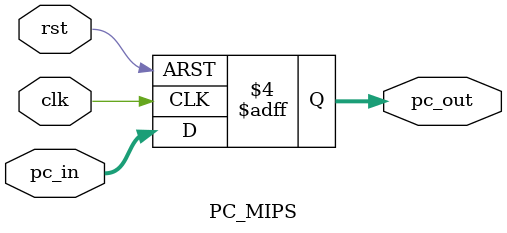
<source format=v>
module PC_MIPS 
#(parameter pc_width = 32)(
  input wire                  clk,rst,
  input wire [pc_width-1:0]   pc_in,
  output reg [pc_width-1:0]   pc_out

);
         

always @(posedge clk,negedge rst)
  begin
    if(!rst)
      begin
        pc_out <= 'b0;
      end
    else 
      begin
        pc_out <= pc_in;
      end
  end
  initial
    begin
      pc_out = 'b0;
      end
endmodule 
</source>
